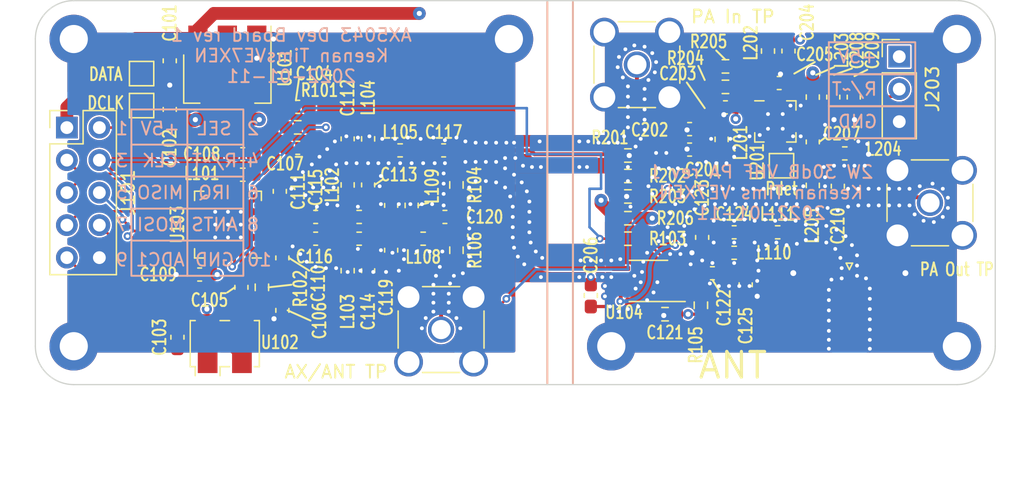
<source format=kicad_pcb>
(kicad_pcb (version 20211014) (generator pcbnew)

  (general
    (thickness 1.5678)
  )

  (paper "USLetter")
  (title_block
    (title "AX5043 + 2W PA Dev Board")
    (date "2022-01-11")
    (rev "1")
    (company "VE7XEN")
  )

  (layers
    (0 "F.Cu" signal)
    (1 "In1.Cu" signal)
    (2 "In2.Cu" signal)
    (31 "B.Cu" signal)
    (32 "B.Adhes" user "B.Adhesive")
    (33 "F.Adhes" user "F.Adhesive")
    (34 "B.Paste" user)
    (35 "F.Paste" user)
    (36 "B.SilkS" user "B.Silkscreen")
    (37 "F.SilkS" user "F.Silkscreen")
    (38 "B.Mask" user)
    (39 "F.Mask" user)
    (40 "Dwgs.User" user "User.Drawings")
    (41 "Cmts.User" user "User.Comments")
    (42 "Eco1.User" user "User.Eco1")
    (43 "Eco2.User" user "User.Eco2")
    (44 "Edge.Cuts" user)
    (45 "Margin" user)
    (46 "B.CrtYd" user "B.Courtyard")
    (47 "F.CrtYd" user "F.Courtyard")
    (48 "B.Fab" user)
    (49 "F.Fab" user)
    (50 "User.1" user)
    (51 "User.2" user)
    (52 "User.3" user)
    (53 "User.4" user)
    (54 "User.5" user)
    (55 "User.6" user)
    (56 "User.7" user)
    (57 "User.8" user)
    (58 "User.9" user)
  )

  (setup
    (stackup
      (layer "F.SilkS" (type "Top Silk Screen") (color "White"))
      (layer "F.Paste" (type "Top Solder Paste"))
      (layer "F.Mask" (type "Top Solder Mask") (color "Green") (thickness 0.01))
      (layer "F.Cu" (type "copper") (thickness 0.035))
      (layer "dielectric 1" (type "prepreg") (thickness 0.0889) (material "FR4") (epsilon_r 4.05) (loss_tangent 0.02))
      (layer "In1.Cu" (type "copper") (thickness 0.0175))
      (layer "dielectric 2" (type "core") (thickness 1.265) (material "FR4") (epsilon_r 4.05) (loss_tangent 0.02))
      (layer "In2.Cu" (type "copper") (thickness 0.0175))
      (layer "dielectric 3" (type "prepreg") (thickness 0.0889) (material "FR4") (epsilon_r 4.05) (loss_tangent 0.02))
      (layer "B.Cu" (type "copper") (thickness 0.035))
      (layer "B.Mask" (type "Bottom Solder Mask") (color "Green") (thickness 0.01))
      (layer "B.Paste" (type "Bottom Solder Paste"))
      (layer "B.SilkS" (type "Bottom Silk Screen") (color "White"))
      (copper_finish "HAL SnPb")
      (dielectric_constraints yes)
    )
    (pad_to_mask_clearance 0)
    (pcbplotparams
      (layerselection 0x00010fc_ffffffff)
      (disableapertmacros false)
      (usegerberextensions true)
      (usegerberattributes true)
      (usegerberadvancedattributes true)
      (creategerberjobfile false)
      (svguseinch false)
      (svgprecision 6)
      (excludeedgelayer true)
      (plotframeref false)
      (viasonmask false)
      (mode 1)
      (useauxorigin false)
      (hpglpennumber 1)
      (hpglpenspeed 20)
      (hpglpendiameter 15.000000)
      (dxfpolygonmode true)
      (dxfimperialunits true)
      (dxfusepcbnewfont true)
      (psnegative false)
      (psa4output false)
      (plotreference true)
      (plotvalue false)
      (plotinvisibletext false)
      (sketchpadsonfab false)
      (subtractmaskfromsilk true)
      (outputformat 1)
      (mirror false)
      (drillshape 0)
      (scaleselection 1)
      (outputdirectory "outputs/")
    )
  )

  (net 0 "")
  (net 1 "+5V")
  (net 2 "GND")
  (net 3 "+3V3")
  (net 4 "/GPADC2")
  (net 5 "VDD")
  (net 6 "/ANTSEL")
  (net 7 "/CLK")
  (net 8 "/MISO")
  (net 9 "/IRQ")
  (net 10 "/MOSI")
  (net 11 "/GPADC1")
  (net 12 "/SEL")
  (net 13 "/PA/RFin")
  (net 14 "/PWRAMP")
  (net 15 "Net-(C105-Pad1)")
  (net 16 "Net-(C105-Pad2)")
  (net 17 "Net-(C106-Pad2)")
  (net 18 "Net-(C107-Pad1)")
  (net 19 "Net-(C108-Pad1)")
  (net 20 "Net-(C108-Pad2)")
  (net 21 "Net-(C110-Pad1)")
  (net 22 "Net-(C111-Pad1)")
  (net 23 "Net-(C115-Pad2)")
  (net 24 "Net-(C116-Pad2)")
  (net 25 "Net-(C118-Pad2)")
  (net 26 "Net-(C119-Pad1)")
  (net 27 "Net-(C201-Pad1)")
  (net 28 "Net-(C205-Pad1)")
  (net 29 "Net-(L203-Pad2)")
  (net 30 "Net-(R104-Pad1)")
  (net 31 "Net-(R204-Pad2)")
  (net 32 "Net-(R205-Pad2)")
  (net 33 "Net-(TP101-Pad1)")
  (net 34 "Net-(TP102-Pad1)")
  (net 35 "unconnected-(U103-Pad13)")
  (net 36 "unconnected-(U103-Pad18)")
  (net 37 "unconnected-(U103-Pad22)")
  (net 38 "unconnected-(U103-Pad24)")
  (net 39 "unconnected-(U104-Pad4)")
  (net 40 "unconnected-(U201-Pad4)")
  (net 41 "unconnected-(U201-Pad5)")
  (net 42 "unconnected-(U102-Pad1)")
  (net 43 "/ANT_N")
  (net 44 "/ANT_P")
  (net 45 "/AX{slash}ANT")
  (net 46 "Net-(C120-Pad1)")
  (net 47 "/ANTP1")
  (net 48 "Net-(C117-Pad1)")
  (net 49 "/PA/PAOUT")
  (net 50 "/ANT")
  (net 51 "Net-(C122-Pad1)")
  (net 52 "Net-(C122-Pad2)")
  (net 53 "Net-(C124-Pad2)")
  (net 54 "Net-(C202-Pad1)")
  (net 55 "/PA/RX{slash}~TX")
  (net 56 "Net-(C207-Pad2)")
  (net 57 "Net-(C207-Pad1)")

  (footprint "Capacitor_SMD:C_0603_1608Metric_Pad1.08x0.95mm_HandSolder" (layer "F.Cu") (at 60.5 54.7 -90))

  (footprint "Capacitor_SMD:C_0603_1608Metric_Pad1.08x0.95mm_HandSolder" (layer "F.Cu") (at 112.7 64.5 90))

  (footprint "Capacitor_SMD:C_0603_1608Metric_Pad1.08x0.95mm_HandSolder" (layer "F.Cu") (at 71.9 68.6))

  (footprint "Capacitor_SMD:C_0603_1608Metric_Pad1.08x0.95mm_HandSolder" (layer "F.Cu") (at 82 66.9 180))

  (footprint "Capacitor_SMD:C_0603_1608Metric_Pad1.08x0.95mm_HandSolder" (layer "F.Cu") (at 70.5 61.5))

  (footprint "MountingHole:MountingHole_2.2mm_M2_ISO14580_Pad_TopBottom" (layer "F.Cu") (at 95 77))

  (footprint "Package_DFN_QFN:QFN-28-1EP_5x5mm_P0.5mm_EP3.35x3.35mm_ThermalVias" (layer "F.Cu") (at 65.05 67.5 180))

  (footprint "Capacitor_SMD:C_0603_1608Metric_Pad1.08x0.95mm_HandSolder" (layer "F.Cu") (at 108.84375 53.9375 -90))

  (footprint "Inductor_SMD:L_0603_1608Metric_Pad1.05x0.95mm_HandSolder" (layer "F.Cu") (at 113.24375 61.9375))

  (footprint "Inductor_SMD:L_0603_1608Metric_Pad1.05x0.95mm_HandSolder" (layer "F.Cu") (at 110.74375 64.4375 -90))

  (footprint "Package_DFN_QFN:QFN-12-1EP_3x3mm_P0.5mm_EP1.65x1.65mm_ThermalVias" (layer "F.Cu") (at 107.81875 59.4375))

  (footprint "Capacitor_SMD:C_0603_1608Metric_Pad1.08x0.95mm_HandSolder" (layer "F.Cu") (at 71.9 66.9))

  (footprint "Inductor_SMD:L_0603_1608Metric_Pad1.05x0.95mm_HandSolder" (layer "F.Cu") (at 79.4 66 90))

  (footprint "Capacitor_SMD:C_0603_1608Metric_Pad1.08x0.95mm_HandSolder" (layer "F.Cu") (at 101.11875 60.0375 180))

  (footprint "Inductor_SMD:L_0603_1608Metric_Pad1.05x0.95mm_HandSolder" (layer "F.Cu") (at 108 68.1))

  (footprint "Connector_PinHeader_2.54mm:PinHeader_1x03_P2.54mm_Vertical" (layer "F.Cu") (at 117.5 54.375))

  (footprint "Capacitor_SMD:C_0603_1608Metric_Pad1.08x0.95mm_HandSolder" (layer "F.Cu") (at 93.4 73.0375 -90))

  (footprint "Inductor_SMD:L_0603_1608Metric_Pad1.05x0.95mm_HandSolder" (layer "F.Cu") (at 75.3 66.9))

  (footprint "Connector_PinHeader_2.54mm:PinHeader_2x05_P2.54mm_Vertical" (layer "F.Cu") (at 52.46 59.92))

  (footprint "Oscillator:Oscillator_SMD_TXC_7C-4Pin_5.0x3.2mm_HandSoldering" (layer "F.Cu") (at 64.8 76.8))

  (footprint "Capacitor_SMD:C_0603_1608Metric_Pad1.08x0.95mm_HandSolder" (layer "F.Cu") (at 69.3 74.2 90))

  (footprint "Capacitor_SMD:C_0603_1608Metric_Pad1.08x0.95mm_HandSolder" (layer "F.Cu") (at 77.8 69.5 -90))

  (footprint "Capacitor_SMD:C_0603_1608Metric_Pad1.08x0.95mm_HandSolder" (layer "F.Cu") (at 113.94375 57.5375 -90))

  (footprint "Inductor_SMD:L_0603_1608Metric_Pad1.05x0.95mm_HandSolder" (layer "F.Cu") (at 74.4 71.1 -90))

  (footprint "Resistor_SMD:R_0603_1608Metric_Pad0.98x0.95mm_HandSolder" (layer "F.Cu") (at 96.3 65.3 180))

  (footprint "TestPoint:TestPoint_Pad_1.5x1.5mm" (layer "F.Cu") (at 108.3 62.9))

  (footprint "Capacitor_SMD:C_0603_1608Metric_Pad1.08x0.95mm_HandSolder" (layer "F.Cu") (at 102.1 68.5 -90))

  (footprint "Resistor_SMD:R_0603_1608Metric_Pad0.98x0.95mm_HandSolder" (layer "F.Cu") (at 67.7 72.4 90))

  (footprint "Resistor_SMD:R_0603_1608Metric_Pad0.98x0.95mm_HandSolder" (layer "F.Cu") (at 99.2 74.5 180))

  (footprint "TestPoint:TestPoint_Pad_1.5x1.5mm" (layer "F.Cu") (at 58.3 58.2))

  (footprint "Resistor_SMD:R_0603_1608Metric_Pad0.98x0.95mm_HandSolder" (layer "F.Cu") (at 82.9 64.4 -90))

  (footprint "Resistor_SMD:R_0603_1608Metric_Pad0.98x0.95mm_HandSolder" (layer "F.Cu") (at 96.3 63.7))

  (footprint "Capacitor_SMD:C_0603_1608Metric_Pad1.08x0.95mm_HandSolder" (layer "F.Cu") (at 103.91875 58.3375))

  (footprint "Resistor_SMD:R_0603_1608Metric_Pad0.98x0.95mm_HandSolder" (layer "F.Cu") (at 96.3 68.6))

  (footprint "Capacitor_SMD:C_0603_1608Metric_Pad1.08x0.95mm_HandSolder" (layer "F.Cu") (at 110.74375 61.0375 -90))

  (footprint "MountingHole:MountingHole_2.2mm_M2_ISO14580_Pad_TopBottom" (layer "F.Cu") (at 53 77))

  (footprint "Inductor_SMD:L_0603_1608Metric_Pad1.05x0.95mm_HandSolder" (layer "F.Cu") (at 110.74375 57.5375 -90))

  (footprint "Inductor_SMD:L_0603_1608Metric_Pad1.05x0.95mm_HandSolder" (layer "F.Cu") (at 107.24375 53.9375 90))

  (footprint "Inductor_SMD:L_0603_1608Metric_Pad1.05x0.95mm_HandSolder" (layer "F.Cu") (at 80.3 68.6 180))

  (footprint "Capacitor_SMD:C_0603_1608Metric_Pad1.08x0.95mm_HandSolder" (layer "F.Cu") (at 77.8 66 -90))

  (footprint "Capacitor_SMD:C_0603_1608Metric_Pad1.08x0.95mm_HandSolder" (layer "F.Cu") (at 76 71.1 -90))

  (footprint "Connector_Coaxial:SMA_Molex_73251-1153_EdgeMount_Horizontal" (layer "F.Cu") (at 113.6 73.01 90))

  (footprint "MountingHole:MountingHole_2.2mm_M2_ISO14580_Pad_TopBottom" (layer "F.Cu") (at 53 53))

  (footprint "Resistor_SMD:R_0603_1608Metric_Pad0.98x0.95mm_HandSolder" (layer "F.Cu") (at 102 73.8 -90))

  (footprint "MountingHole:MountingHole_2.2mm_M2_ISO14580_Pad_TopBottom" (layer "F.Cu") (at 122 53))

  (footprint "Capacitor_SMD:C_0603_1608Metric_Pad1.08x0.95mm_HandSolder" (layer "F.Cu") (at 69.3 70.1 90))

  (footprint "Resistor_SMD:R_0603_1608Metric_Pad0.98x0.95mm_HandSolder" (layer "F.Cu") (at 96.3 67 180))

  (footprint "Inductor_SMD:L_0603_1608Metric_Pad1.05x0.95mm_HandSolder" (layer "F.Cu") (at 75.3 68.6))

  (footprint "Capacitor_SMD:C_0603_1608Metric_Pad1.08x0.95mm_HandSolder" (layer "F.Cu") (at 69.1 64.9 -90))

  (footprint "Connector_Coaxial:SMA_Amphenol_901-144_Vertical" (layer "F.Cu") (at 81.7 75.7))

  (footprint "Inductor_SMD:L_0603_1608Metric_Pad1.05x0.95mm_HandSolder" (layer "F.Cu") (at 66.2 63.6))

  (footprint "Inductor_SMD:L_0603_1608Metric_Pad1.05x0.95mm_HandSolder" (layer "F.Cu") (at 76 60.8 90))

  (footprint "Connector_Coaxial:SMA_Amphenol_901-144_Vertical" (layer "F.Cu") (at 97 55))

  (footprint "Resistor_SMD:R_0603_1608Metric_Pad0.98x0.95mm_HandSolder" (layer "F.Cu") (at 103.91875 55.1375))

  (footprint "Capacitor_SMD:C_0603_1608Metric_Pad1.08x0.95mm_HandSolder" (layer "F.Cu") (at 112.34375 57.5375 -90))

  (footprint "Inductor_SMD:L_0603_1608Metric_Pad1.05x0.95mm_HandSolder" (layer "F.Cu")
    (tedit 5F68FEF0) (tstamp 96dcddd5-8e46-4ad4-9b37-b084783e4b5a)
    (at 78.5 61.7)
    (descr "Inductor SMD 0603 (1608 Metric), square (rectangular) end terminal, IPC_7351 nominal with elongated pad for handsoldering. (Body size source: http://www.tortai-tech.com/upload/download/2011102023233369053.pdf), generated with kicad-footprint-generator")
    (tags "inductor handsolder")
    (property "Sheetfile" "ax5043.kicad_sch")
    (property "Sheetname" "")
    (path "/e9a352f1-8be0-49c4-9038-6ba1bfe270d7")
    (attr smd)
    (fp_text reference "L105" (at 0 -1.43) (layer "F.SilkS")
      (effects (font (size 1 0.75) (thickness 0.153)))
      (tstamp 3839ab25-17fb-4b9d-bfaf-6d9a33c2e2b2)
    )
    (fp_text value "130nH" (at 0 1.43) (layer "F.Fab")
      (effects (font (size 1 0.75) (thickness 0.153)))
      (tstamp 253662c4-c6c0-4d62-8b1f-6665327c75b9)
    )
    (fp_text user "${REFERENCE}" (at 0 0) (layer "F.Fab")
      (effects (font (size 1 0.75) (thickness 0.153)))
      (tstamp d229aa3a-805d-465b-a23d-3eef37451dec)
    )
    (fp_line (start -0.171267 0.51) (end 0.171267 0.51) (layer "F.SilkS") (width 0.12) (tstamp 203291fd-a57f-4045-a67a-9897eb5ec781))
    (fp_line (start -0.171267 -0.51) (end 0.171267 -0.51) (layer "F.SilkS") (width 0.12) (tstamp cb9e1812-408c-4cdc-85e8-04ff6fb5e397))
    (fp_line (start 1.65 -0.73) (end 1.65 0.73) (layer "F.CrtYd") (width 0.05) (tstamp 3495ae7c-b8ec-40e5-91d7-b9e220e70d53))
    (fp_line (start 1.65 0.73) (end -1.65 0.73) (layer "F.CrtYd") (width 0.05) (tstamp 3f3b0d0a-6d9d-445c-b509-0a2d932691ce))
    (fp_line (start 
... [995625 chars truncated]
</source>
